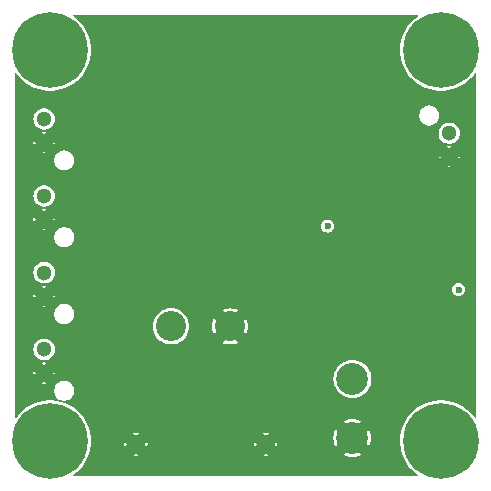
<source format=gbr>
%TF.GenerationSoftware,KiCad,Pcbnew,8.0.2*%
%TF.CreationDate,2024-05-06T11:08:46+09:00*%
%TF.ProjectId,5V-3A-BEC,35562d33-412d-4424-9543-2e6b69636164,0.1*%
%TF.SameCoordinates,Original*%
%TF.FileFunction,Copper,L4,Inr*%
%TF.FilePolarity,Positive*%
%FSLAX46Y46*%
G04 Gerber Fmt 4.6, Leading zero omitted, Abs format (unit mm)*
G04 Created by KiCad (PCBNEW 8.0.2) date 2024-05-06 11:08:46*
%MOMM*%
%LPD*%
G01*
G04 APERTURE LIST*
%TA.AperFunction,ComponentPad*%
%ADD10C,1.300000*%
%TD*%
%TA.AperFunction,ComponentPad*%
%ADD11C,0.800000*%
%TD*%
%TA.AperFunction,ComponentPad*%
%ADD12C,6.400000*%
%TD*%
%TA.AperFunction,ComponentPad*%
%ADD13C,2.550000*%
%TD*%
%TA.AperFunction,ComponentPad*%
%ADD14C,1.500000*%
%TD*%
%TA.AperFunction,ComponentPad*%
%ADD15C,2.700000*%
%TD*%
%TA.AperFunction,ViaPad*%
%ADD16C,0.600000*%
%TD*%
G04 APERTURE END LIST*
D10*
%TO.N,Net-(IC1-ENA)*%
%TO.C,J1*%
X134700000Y-113500000D03*
%TO.N,GND*%
X134700000Y-115500000D03*
%TD*%
%TO.N,GND*%
%TO.C,J6*%
X100400000Y-127300000D03*
%TO.N,+5V*%
X100400000Y-125300000D03*
%TD*%
D11*
%TO.N,N/C*%
%TO.C,H4*%
X131600000Y-106450001D03*
X132302944Y-104752945D03*
X132302944Y-108147057D03*
X134000000Y-104050001D03*
D12*
X134000000Y-106450001D03*
D11*
X134000000Y-108850001D03*
X135697056Y-104752945D03*
X135697056Y-108147057D03*
X136400000Y-106450001D03*
%TD*%
D10*
%TO.N,GND*%
%TO.C,J5*%
X100400000Y-120800000D03*
%TO.N,+5V*%
X100400000Y-118800000D03*
%TD*%
D11*
%TO.N,N/C*%
%TO.C,H1*%
X98500000Y-106450001D03*
X99202944Y-104752945D03*
X99202944Y-108147057D03*
X100900000Y-104050001D03*
D12*
X100900000Y-106450001D03*
D11*
X100900000Y-108850001D03*
X102597056Y-104752945D03*
X102597056Y-108147057D03*
X103300000Y-106450001D03*
%TD*%
D10*
%TO.N,GND*%
%TO.C,J7*%
X100400000Y-133800000D03*
%TO.N,+5V*%
X100400000Y-131800000D03*
%TD*%
D13*
%TO.N,GND*%
%TO.C,J2*%
X116150000Y-129850000D03*
%TO.N,+BATT*%
X111150000Y-129850000D03*
D14*
%TO.N,GND*%
X108150000Y-139850000D03*
X119150000Y-139850000D03*
%TD*%
D11*
%TO.N,N/C*%
%TO.C,H2*%
X98500000Y-139550001D03*
X99202944Y-137852945D03*
X99202944Y-141247057D03*
X100900000Y-137150001D03*
D12*
X100900000Y-139550001D03*
D11*
X100900000Y-141950001D03*
X102597056Y-137852945D03*
X102597056Y-141247057D03*
X103300000Y-139550001D03*
%TD*%
D15*
%TO.N,GND*%
%TO.C,J3*%
X126500000Y-139300000D03*
%TO.N,+BATT*%
X126500000Y-134300000D03*
%TD*%
D10*
%TO.N,GND*%
%TO.C,J4*%
X100400000Y-114300000D03*
%TO.N,+5V*%
X100400000Y-112300000D03*
%TD*%
D11*
%TO.N,N/C*%
%TO.C,H3*%
X131600000Y-139550001D03*
X132302944Y-137852945D03*
X132302944Y-141247057D03*
X134000000Y-137150001D03*
D12*
X134000000Y-139550001D03*
D11*
X134000000Y-141950001D03*
X135697056Y-137852945D03*
X135697056Y-141247057D03*
X136400000Y-139550001D03*
%TD*%
D16*
%TO.N,GND*%
X114400000Y-125800000D03*
X115600000Y-125800000D03*
X115600000Y-126800000D03*
X114400000Y-126800000D03*
%TO.N,+5V*%
X135500000Y-126750000D03*
%TO.N,Net-(IC1-ENA)*%
X124400000Y-121350000D03*
%TD*%
%TA.AperFunction,Conductor*%
%TO.N,GND*%
G36*
X132060948Y-103514853D02*
G01*
X132075300Y-103549501D01*
X132060948Y-103584149D01*
X132055956Y-103588507D01*
X131760319Y-103813245D01*
X131760315Y-103813248D01*
X131760308Y-103813254D01*
X131488367Y-104070851D01*
X131488357Y-104070861D01*
X131245853Y-104356360D01*
X131035643Y-104666395D01*
X131035639Y-104666403D01*
X130860176Y-104997362D01*
X130860174Y-104997367D01*
X130721524Y-105345352D01*
X130721521Y-105345361D01*
X130621309Y-105706293D01*
X130560706Y-106075958D01*
X130560705Y-106075962D01*
X130540426Y-106449999D01*
X130540426Y-106450002D01*
X130560705Y-106824039D01*
X130560705Y-106824041D01*
X130560706Y-106824047D01*
X130609188Y-107119775D01*
X130621309Y-107193708D01*
X130721521Y-107554640D01*
X130721524Y-107554649D01*
X130860174Y-107902634D01*
X130860176Y-107902639D01*
X131035639Y-108233598D01*
X131035643Y-108233606D01*
X131245853Y-108543641D01*
X131488357Y-108829140D01*
X131488365Y-108829148D01*
X131760319Y-109086757D01*
X132058532Y-109313452D01*
X132058539Y-109313457D01*
X132240562Y-109422976D01*
X132379506Y-109506576D01*
X132506498Y-109565329D01*
X132719474Y-109663863D01*
X133074465Y-109783474D01*
X133074467Y-109783474D01*
X133366085Y-109847663D01*
X133440289Y-109863997D01*
X133440293Y-109863998D01*
X133440294Y-109863998D01*
X133440303Y-109864000D01*
X133812702Y-109904501D01*
X133812707Y-109904501D01*
X134187293Y-109904501D01*
X134187298Y-109904501D01*
X134559697Y-109864000D01*
X134925534Y-109783474D01*
X135280520Y-109663865D01*
X135280522Y-109663863D01*
X135280525Y-109663863D01*
X135366508Y-109624082D01*
X135620494Y-109506576D01*
X135941468Y-109313452D01*
X136239681Y-109086757D01*
X136511635Y-108829148D01*
X136754143Y-108543646D01*
X136859943Y-108387601D01*
X136891266Y-108366978D01*
X136927998Y-108374543D01*
X136948622Y-108405866D01*
X136949500Y-108415100D01*
X136949500Y-137584900D01*
X136935148Y-137619548D01*
X136900500Y-137633900D01*
X136865852Y-137619548D01*
X136859943Y-137612398D01*
X136754146Y-137456360D01*
X136511642Y-137170861D01*
X136511632Y-137170851D01*
X136239691Y-136913254D01*
X136239688Y-136913252D01*
X136239681Y-136913245D01*
X135941468Y-136686550D01*
X135941467Y-136686549D01*
X135941460Y-136686544D01*
X135620492Y-136493425D01*
X135280525Y-136336138D01*
X134925534Y-136216527D01*
X134925527Y-136216526D01*
X134559710Y-136136004D01*
X134559706Y-136136003D01*
X134559697Y-136136002D01*
X134187298Y-136095501D01*
X133812702Y-136095501D01*
X133502697Y-136129216D01*
X133440293Y-136136003D01*
X133440289Y-136136004D01*
X133074472Y-136216526D01*
X133074465Y-136216527D01*
X132719474Y-136336138D01*
X132379507Y-136493425D01*
X132058539Y-136686544D01*
X131904813Y-136803403D01*
X131760319Y-136913245D01*
X131760315Y-136913248D01*
X131760308Y-136913254D01*
X131488367Y-137170851D01*
X131488357Y-137170861D01*
X131245853Y-137456360D01*
X131035643Y-137766395D01*
X131035639Y-137766403D01*
X130860176Y-138097362D01*
X130860174Y-138097367D01*
X130721524Y-138445352D01*
X130721521Y-138445361D01*
X130621309Y-138806293D01*
X130610260Y-138873690D01*
X130566127Y-139142893D01*
X130560706Y-139175958D01*
X130560705Y-139175962D01*
X130540426Y-139549999D01*
X130540426Y-139550002D01*
X130560705Y-139924039D01*
X130560705Y-139924041D01*
X130560706Y-139924047D01*
X130589154Y-140097570D01*
X130621309Y-140293708D01*
X130721521Y-140654640D01*
X130721524Y-140654649D01*
X130860174Y-141002634D01*
X130860176Y-141002639D01*
X131035639Y-141333598D01*
X131035643Y-141333606D01*
X131245853Y-141643641D01*
X131488357Y-141929140D01*
X131488365Y-141929148D01*
X131760319Y-142186757D01*
X131970340Y-142346410D01*
X132055954Y-142411492D01*
X132074851Y-142443886D01*
X132065309Y-142480155D01*
X132032915Y-142499052D01*
X132026300Y-142499501D01*
X102873700Y-142499501D01*
X102839052Y-142485149D01*
X102824700Y-142450501D01*
X102839052Y-142415853D01*
X102844046Y-142411492D01*
X103139681Y-142186757D01*
X103411635Y-141929148D01*
X103654143Y-141643646D01*
X103864361Y-141333598D01*
X104039824Y-141002638D01*
X104114046Y-140816354D01*
X107890751Y-140816354D01*
X107890751Y-140816355D01*
X107953961Y-140835529D01*
X107953969Y-140835531D01*
X108150000Y-140854839D01*
X108346035Y-140835530D01*
X108346036Y-140835530D01*
X108409247Y-140816355D01*
X108409247Y-140816354D01*
X118890751Y-140816354D01*
X118890751Y-140816355D01*
X118953961Y-140835529D01*
X118953969Y-140835531D01*
X119150000Y-140854839D01*
X119346035Y-140835530D01*
X119346036Y-140835530D01*
X119409247Y-140816355D01*
X119409247Y-140816354D01*
X119150000Y-140557107D01*
X118890751Y-140816354D01*
X108409247Y-140816354D01*
X108150000Y-140557107D01*
X107890751Y-140816354D01*
X104114046Y-140816354D01*
X104178476Y-140654648D01*
X104278691Y-140293707D01*
X104339294Y-139924047D01*
X104343309Y-139849999D01*
X107145161Y-139849999D01*
X107145161Y-139850000D01*
X107164469Y-140046034D01*
X107164470Y-140046039D01*
X107183643Y-140109247D01*
X107183644Y-140109247D01*
X107442893Y-139850000D01*
X107377067Y-139784174D01*
X107650000Y-139784174D01*
X107650000Y-139915826D01*
X107684075Y-140042993D01*
X107749901Y-140157007D01*
X107842993Y-140250099D01*
X107957007Y-140315925D01*
X108084174Y-140350000D01*
X108215826Y-140350000D01*
X108342993Y-140315925D01*
X108457007Y-140250099D01*
X108550099Y-140157007D01*
X108615925Y-140042993D01*
X108650000Y-139915826D01*
X108650000Y-139849999D01*
X108857107Y-139849999D01*
X108857107Y-139850000D01*
X109116354Y-140109247D01*
X109116355Y-140109247D01*
X109135530Y-140046036D01*
X109135530Y-140046035D01*
X109154839Y-139850000D01*
X109154839Y-139849999D01*
X118145161Y-139849999D01*
X118145161Y-139850000D01*
X118164469Y-140046034D01*
X118164470Y-140046039D01*
X118183643Y-140109247D01*
X118183644Y-140109247D01*
X118442893Y-139850000D01*
X118377067Y-139784174D01*
X118650000Y-139784174D01*
X118650000Y-139915826D01*
X118684075Y-140042993D01*
X118749901Y-140157007D01*
X118842993Y-140250099D01*
X118957007Y-140315925D01*
X119084174Y-140350000D01*
X119215826Y-140350000D01*
X119342993Y-140315925D01*
X119457007Y-140250099D01*
X119550099Y-140157007D01*
X119615925Y-140042993D01*
X119650000Y-139915826D01*
X119650000Y-139849999D01*
X119857107Y-139849999D01*
X119857107Y-139850000D01*
X120116354Y-140109247D01*
X120116355Y-140109247D01*
X120135530Y-140046036D01*
X120135530Y-140046035D01*
X120154839Y-139850000D01*
X120154839Y-139849999D01*
X120135531Y-139653969D01*
X120135529Y-139653961D01*
X120116354Y-139590751D01*
X119857107Y-139849999D01*
X119650000Y-139849999D01*
X119650000Y-139784174D01*
X119615925Y-139657007D01*
X119550099Y-139542993D01*
X119457007Y-139449901D01*
X119342993Y-139384075D01*
X119215826Y-139350000D01*
X119084174Y-139350000D01*
X118957007Y-139384075D01*
X118842993Y-139449901D01*
X118749901Y-139542993D01*
X118684075Y-139657007D01*
X118650000Y-139784174D01*
X118377067Y-139784174D01*
X118183643Y-139590750D01*
X118164470Y-139653960D01*
X118164469Y-139653965D01*
X118145161Y-139849999D01*
X109154839Y-139849999D01*
X109135531Y-139653969D01*
X109135529Y-139653961D01*
X109116354Y-139590751D01*
X108857107Y-139849999D01*
X108650000Y-139849999D01*
X108650000Y-139784174D01*
X108615925Y-139657007D01*
X108550099Y-139542993D01*
X108457007Y-139449901D01*
X108342993Y-139384075D01*
X108215826Y-139350000D01*
X108084174Y-139350000D01*
X107957007Y-139384075D01*
X107842993Y-139449901D01*
X107749901Y-139542993D01*
X107684075Y-139657007D01*
X107650000Y-139784174D01*
X107377067Y-139784174D01*
X107183643Y-139590750D01*
X107164470Y-139653960D01*
X107164469Y-139653965D01*
X107145161Y-139849999D01*
X104343309Y-139849999D01*
X104359574Y-139550001D01*
X104346019Y-139300000D01*
X124895052Y-139300000D01*
X124914812Y-139551072D01*
X124973603Y-139795956D01*
X125068304Y-140024586D01*
X125068305Y-140024586D01*
X125617296Y-139475596D01*
X125634586Y-139562520D01*
X125702430Y-139726310D01*
X125800924Y-139873717D01*
X125926283Y-139999076D01*
X126073690Y-140097570D01*
X126237480Y-140165414D01*
X126324402Y-140182703D01*
X125775412Y-140731693D01*
X125775412Y-140731694D01*
X126004043Y-140826396D01*
X126248927Y-140885187D01*
X126500000Y-140904947D01*
X126751072Y-140885187D01*
X126995954Y-140826396D01*
X127224586Y-140731693D01*
X126675596Y-140182703D01*
X126762520Y-140165414D01*
X126926310Y-140097570D01*
X127073717Y-139999076D01*
X127199076Y-139873717D01*
X127297570Y-139726310D01*
X127365414Y-139562520D01*
X127382703Y-139475596D01*
X127931693Y-140024586D01*
X128026396Y-139795954D01*
X128085187Y-139551072D01*
X128104947Y-139300000D01*
X128085187Y-139048927D01*
X128026396Y-138804043D01*
X127931694Y-138575412D01*
X127931693Y-138575412D01*
X127382703Y-139124402D01*
X127365414Y-139037480D01*
X127297570Y-138873690D01*
X127199076Y-138726283D01*
X127073717Y-138600924D01*
X126926310Y-138502430D01*
X126762520Y-138434586D01*
X126675595Y-138417295D01*
X127224586Y-137868305D01*
X127224586Y-137868304D01*
X126995956Y-137773603D01*
X126751072Y-137714812D01*
X126500000Y-137695052D01*
X126248927Y-137714812D01*
X126004043Y-137773603D01*
X125775412Y-137868304D01*
X125775412Y-137868305D01*
X126324403Y-138417296D01*
X126237480Y-138434586D01*
X126073690Y-138502430D01*
X125926283Y-138600924D01*
X125800924Y-138726283D01*
X125702430Y-138873690D01*
X125634586Y-139037480D01*
X125617296Y-139124403D01*
X125068305Y-138575412D01*
X125068304Y-138575412D01*
X124973603Y-138804043D01*
X124914812Y-139048927D01*
X124895052Y-139300000D01*
X104346019Y-139300000D01*
X104339294Y-139175955D01*
X104291372Y-138883643D01*
X107890750Y-138883643D01*
X108150000Y-139142893D01*
X108150001Y-139142893D01*
X108409247Y-138883644D01*
X108409247Y-138883643D01*
X118890750Y-138883643D01*
X119150000Y-139142893D01*
X119150001Y-139142893D01*
X119409247Y-138883644D01*
X119409247Y-138883643D01*
X119346039Y-138864470D01*
X119346034Y-138864469D01*
X119150000Y-138845161D01*
X118953965Y-138864469D01*
X118953960Y-138864470D01*
X118890750Y-138883643D01*
X108409247Y-138883643D01*
X108346039Y-138864470D01*
X108346034Y-138864469D01*
X108150000Y-138845161D01*
X107953965Y-138864469D01*
X107953960Y-138864470D01*
X107890750Y-138883643D01*
X104291372Y-138883643D01*
X104278691Y-138806295D01*
X104178476Y-138445354D01*
X104039824Y-138097364D01*
X103864361Y-137766404D01*
X103864359Y-137766401D01*
X103864356Y-137766395D01*
X103654146Y-137456360D01*
X103411642Y-137170861D01*
X103411632Y-137170851D01*
X103139691Y-136913254D01*
X103139688Y-136913252D01*
X103139681Y-136913245D01*
X102841468Y-136686550D01*
X102841467Y-136686549D01*
X102841460Y-136686544D01*
X102520492Y-136493425D01*
X102180525Y-136336138D01*
X101825534Y-136216527D01*
X101825527Y-136216526D01*
X101459710Y-136136004D01*
X101459706Y-136136003D01*
X101459697Y-136136002D01*
X101087298Y-136095501D01*
X100712702Y-136095501D01*
X100402697Y-136129216D01*
X100340293Y-136136003D01*
X100340289Y-136136004D01*
X99974472Y-136216526D01*
X99974465Y-136216527D01*
X99619474Y-136336138D01*
X99279507Y-136493425D01*
X98958539Y-136686544D01*
X98804813Y-136803403D01*
X98660319Y-136913245D01*
X98660315Y-136913248D01*
X98660308Y-136913254D01*
X98388367Y-137170851D01*
X98388357Y-137170861D01*
X98145853Y-137456360D01*
X98040057Y-137612398D01*
X98008734Y-137633022D01*
X97972002Y-137625457D01*
X97951378Y-137594134D01*
X97950500Y-137584900D01*
X97950500Y-135216233D01*
X101249500Y-135216233D01*
X101249500Y-135383767D01*
X101260300Y-135438061D01*
X101282183Y-135548079D01*
X101282185Y-135548085D01*
X101346296Y-135702862D01*
X101439371Y-135842159D01*
X101557840Y-135960628D01*
X101697137Y-136053703D01*
X101851918Y-136117816D01*
X102016233Y-136150500D01*
X102016236Y-136150500D01*
X102183764Y-136150500D01*
X102183767Y-136150500D01*
X102348082Y-136117816D01*
X102502863Y-136053703D01*
X102642162Y-135960626D01*
X102760626Y-135842162D01*
X102853703Y-135702863D01*
X102917816Y-135548082D01*
X102950500Y-135383767D01*
X102950500Y-135216233D01*
X102917816Y-135051918D01*
X102853703Y-134897137D01*
X102787027Y-134797349D01*
X102760628Y-134757840D01*
X102642159Y-134639371D01*
X102502862Y-134546296D01*
X102348085Y-134482185D01*
X102348079Y-134482183D01*
X102281816Y-134469002D01*
X102183767Y-134449500D01*
X102016233Y-134449500D01*
X101934451Y-134465767D01*
X101851920Y-134482183D01*
X101851914Y-134482185D01*
X101697137Y-134546296D01*
X101557840Y-134639371D01*
X101439371Y-134757840D01*
X101346296Y-134897137D01*
X101282185Y-135051914D01*
X101282183Y-135051920D01*
X101265767Y-135134451D01*
X101249500Y-135216233D01*
X97950500Y-135216233D01*
X97950500Y-134682767D01*
X100224337Y-134682767D01*
X100224337Y-134682768D01*
X100305406Y-134700000D01*
X100494594Y-134700000D01*
X100575661Y-134682768D01*
X100575661Y-134682767D01*
X100400000Y-134507107D01*
X100224337Y-134682767D01*
X97950500Y-134682767D01*
X97950500Y-134300000D01*
X124890539Y-134300000D01*
X124910354Y-134551777D01*
X124969311Y-134797349D01*
X125065961Y-135030683D01*
X125065963Y-135030686D01*
X125197915Y-135246011D01*
X125197919Y-135246017D01*
X125361938Y-135438061D01*
X125490754Y-135548079D01*
X125553983Y-135602081D01*
X125553988Y-135602084D01*
X125769313Y-135734036D01*
X125769316Y-135734038D01*
X125769318Y-135734038D01*
X125769320Y-135734040D01*
X126002649Y-135830688D01*
X126248225Y-135889646D01*
X126500000Y-135909461D01*
X126751775Y-135889646D01*
X126997351Y-135830688D01*
X127230680Y-135734040D01*
X127446017Y-135602081D01*
X127638061Y-135438061D01*
X127802081Y-135246017D01*
X127934040Y-135030680D01*
X128030688Y-134797351D01*
X128089646Y-134551775D01*
X128109461Y-134300000D01*
X128089646Y-134048225D01*
X128030688Y-133802649D01*
X127934040Y-133569320D01*
X127924893Y-133554394D01*
X127802084Y-133353988D01*
X127802080Y-133353982D01*
X127638061Y-133161938D01*
X127446017Y-132997919D01*
X127446011Y-132997915D01*
X127230686Y-132865963D01*
X127230683Y-132865961D01*
X126997349Y-132769311D01*
X126751777Y-132710354D01*
X126500000Y-132690539D01*
X126248222Y-132710354D01*
X126002650Y-132769311D01*
X125769316Y-132865961D01*
X125769313Y-132865963D01*
X125553988Y-132997915D01*
X125553982Y-132997919D01*
X125361938Y-133161938D01*
X125197919Y-133353982D01*
X125197915Y-133353988D01*
X125065963Y-133569313D01*
X125065961Y-133569316D01*
X124969311Y-133802650D01*
X124910354Y-134048222D01*
X124890539Y-134300000D01*
X97950500Y-134300000D01*
X97950500Y-133799999D01*
X99495043Y-133799999D01*
X99513859Y-133979033D01*
X99692893Y-133800000D01*
X99692893Y-133799999D01*
X99640233Y-133747339D01*
X100000000Y-133747339D01*
X100000000Y-133852661D01*
X100027259Y-133954394D01*
X100079920Y-134045606D01*
X100154394Y-134120080D01*
X100245606Y-134172741D01*
X100347339Y-134200000D01*
X100452661Y-134200000D01*
X100554394Y-134172741D01*
X100645606Y-134120080D01*
X100720080Y-134045606D01*
X100772741Y-133954394D01*
X100800000Y-133852661D01*
X100800000Y-133799999D01*
X101107107Y-133799999D01*
X101107107Y-133800001D01*
X101286139Y-133979033D01*
X101304956Y-133799999D01*
X101286139Y-133620965D01*
X101107107Y-133799999D01*
X100800000Y-133799999D01*
X100800000Y-133747339D01*
X100772741Y-133645606D01*
X100720080Y-133554394D01*
X100645606Y-133479920D01*
X100554394Y-133427259D01*
X100452661Y-133400000D01*
X100347339Y-133400000D01*
X100245606Y-133427259D01*
X100154394Y-133479920D01*
X100079920Y-133554394D01*
X100027259Y-133645606D01*
X100000000Y-133747339D01*
X99640233Y-133747339D01*
X99513859Y-133620965D01*
X99495043Y-133799999D01*
X97950500Y-133799999D01*
X97950500Y-132917231D01*
X100224337Y-132917231D01*
X100400000Y-133092893D01*
X100400001Y-133092893D01*
X100575661Y-132917231D01*
X100494594Y-132900000D01*
X100305406Y-132900000D01*
X100224338Y-132917231D01*
X100224337Y-132917231D01*
X97950500Y-132917231D01*
X97950500Y-131800000D01*
X99490518Y-131800000D01*
X99510392Y-131989092D01*
X99569147Y-132169920D01*
X99664214Y-132334580D01*
X99791438Y-132475877D01*
X99945259Y-132587635D01*
X100118955Y-132664969D01*
X100304933Y-132704500D01*
X100495067Y-132704500D01*
X100681045Y-132664969D01*
X100854741Y-132587635D01*
X101008562Y-132475877D01*
X101135786Y-132334580D01*
X101230853Y-132169920D01*
X101289608Y-131989092D01*
X101309482Y-131800000D01*
X101289608Y-131610908D01*
X101230853Y-131430080D01*
X101135786Y-131265420D01*
X101008562Y-131124123D01*
X100854741Y-131012365D01*
X100681045Y-130935031D01*
X100681042Y-130935030D01*
X100681038Y-130935029D01*
X100495067Y-130895500D01*
X100304933Y-130895500D01*
X100118961Y-130935029D01*
X100118952Y-130935032D01*
X99945259Y-131012365D01*
X99791438Y-131124123D01*
X99791437Y-131124124D01*
X99791433Y-131124127D01*
X99664217Y-131265416D01*
X99664211Y-131265424D01*
X99569149Y-131430076D01*
X99569147Y-131430079D01*
X99569147Y-131430080D01*
X99510392Y-131610908D01*
X99490518Y-131800000D01*
X97950500Y-131800000D01*
X97950500Y-129850000D01*
X109615770Y-129850000D01*
X109634659Y-130090008D01*
X109690860Y-130324103D01*
X109782990Y-130546524D01*
X109782994Y-130546532D01*
X109908778Y-130751792D01*
X109908782Y-130751798D01*
X110065135Y-130934864D01*
X110221489Y-131068402D01*
X110248202Y-131091218D01*
X110248207Y-131091221D01*
X110301904Y-131124127D01*
X110453474Y-131217009D01*
X110564685Y-131263074D01*
X110675896Y-131309139D01*
X110784009Y-131335094D01*
X110909994Y-131365341D01*
X111150000Y-131384230D01*
X111390006Y-131365341D01*
X111624103Y-131309139D01*
X111846526Y-131217009D01*
X112051798Y-131091218D01*
X112234864Y-130934864D01*
X112391218Y-130751798D01*
X112517009Y-130546526D01*
X112609139Y-130324103D01*
X112665341Y-130090006D01*
X112684230Y-129850000D01*
X114620284Y-129850000D01*
X114639117Y-130089302D01*
X114695153Y-130322708D01*
X114775707Y-130517183D01*
X114775708Y-130517183D01*
X115309817Y-129983074D01*
X115332665Y-130097936D01*
X115396740Y-130252626D01*
X115489762Y-130391844D01*
X115608156Y-130510238D01*
X115747374Y-130603260D01*
X115902064Y-130667335D01*
X116016924Y-130690182D01*
X115482815Y-131224290D01*
X115677293Y-131304846D01*
X115910697Y-131360882D01*
X116150000Y-131379715D01*
X116389302Y-131360882D01*
X116622706Y-131304846D01*
X116817183Y-131224290D01*
X116283075Y-130690182D01*
X116397936Y-130667335D01*
X116552626Y-130603260D01*
X116691844Y-130510238D01*
X116810238Y-130391844D01*
X116903260Y-130252626D01*
X116967335Y-130097936D01*
X116990182Y-129983075D01*
X117524290Y-130517183D01*
X117604846Y-130322706D01*
X117660882Y-130089302D01*
X117679715Y-129850000D01*
X117660882Y-129610697D01*
X117604846Y-129377293D01*
X117524290Y-129182815D01*
X116990182Y-129716923D01*
X116967335Y-129602064D01*
X116903260Y-129447374D01*
X116810238Y-129308156D01*
X116691844Y-129189762D01*
X116552626Y-129096740D01*
X116397936Y-129032665D01*
X116283073Y-129009817D01*
X116817183Y-128475708D01*
X116817183Y-128475707D01*
X116622708Y-128395153D01*
X116389302Y-128339117D01*
X116150000Y-128320284D01*
X115910697Y-128339117D01*
X115677291Y-128395153D01*
X115482815Y-128475707D01*
X115482815Y-128475708D01*
X116016924Y-129009817D01*
X115902064Y-129032665D01*
X115747374Y-129096740D01*
X115608156Y-129189762D01*
X115489762Y-129308156D01*
X115396740Y-129447374D01*
X115332665Y-129602064D01*
X115309817Y-129716924D01*
X114775708Y-129182815D01*
X114775707Y-129182815D01*
X114695153Y-129377291D01*
X114639117Y-129610697D01*
X114620284Y-129850000D01*
X112684230Y-129850000D01*
X112665341Y-129609994D01*
X112609139Y-129375897D01*
X112595164Y-129342159D01*
X112517009Y-129153475D01*
X112517005Y-129153467D01*
X112391221Y-128948207D01*
X112391217Y-128948201D01*
X112234864Y-128765135D01*
X112051798Y-128608782D01*
X112051792Y-128608778D01*
X111846532Y-128482994D01*
X111846524Y-128482990D01*
X111624103Y-128390860D01*
X111390008Y-128334659D01*
X111150000Y-128315770D01*
X110909991Y-128334659D01*
X110675896Y-128390860D01*
X110453475Y-128482990D01*
X110453467Y-128482994D01*
X110248207Y-128608778D01*
X110248201Y-128608782D01*
X110065135Y-128765135D01*
X109908782Y-128948201D01*
X109908778Y-128948207D01*
X109782994Y-129153467D01*
X109782990Y-129153475D01*
X109690860Y-129375896D01*
X109634659Y-129609991D01*
X109615770Y-129850000D01*
X97950500Y-129850000D01*
X97950500Y-128716233D01*
X101249500Y-128716233D01*
X101249500Y-128883767D01*
X101262317Y-128948201D01*
X101282183Y-129048079D01*
X101282185Y-129048085D01*
X101346296Y-129202862D01*
X101439371Y-129342159D01*
X101557840Y-129460628D01*
X101697137Y-129553703D01*
X101851918Y-129617816D01*
X102016233Y-129650500D01*
X102016236Y-129650500D01*
X102183764Y-129650500D01*
X102183767Y-129650500D01*
X102348082Y-129617816D01*
X102502863Y-129553703D01*
X102642162Y-129460626D01*
X102760626Y-129342162D01*
X102853703Y-129202863D01*
X102917816Y-129048082D01*
X102950500Y-128883767D01*
X102950500Y-128716233D01*
X102917816Y-128551918D01*
X102853703Y-128397137D01*
X102852377Y-128395153D01*
X102760628Y-128257840D01*
X102642159Y-128139371D01*
X102502862Y-128046296D01*
X102348085Y-127982185D01*
X102348079Y-127982183D01*
X102281816Y-127969002D01*
X102183767Y-127949500D01*
X102016233Y-127949500D01*
X101934451Y-127965767D01*
X101851920Y-127982183D01*
X101851914Y-127982185D01*
X101697137Y-128046296D01*
X101557840Y-128139371D01*
X101439371Y-128257840D01*
X101346296Y-128397137D01*
X101282185Y-128551914D01*
X101282183Y-128551920D01*
X101270874Y-128608778D01*
X101249500Y-128716233D01*
X97950500Y-128716233D01*
X97950500Y-128182767D01*
X100224337Y-128182767D01*
X100224337Y-128182768D01*
X100305406Y-128200000D01*
X100494594Y-128200000D01*
X100575661Y-128182768D01*
X100575661Y-128182767D01*
X100400000Y-128007107D01*
X100224337Y-128182767D01*
X97950500Y-128182767D01*
X97950500Y-127299999D01*
X99495043Y-127299999D01*
X99513859Y-127479033D01*
X99692893Y-127300000D01*
X99692893Y-127299999D01*
X99640233Y-127247339D01*
X100000000Y-127247339D01*
X100000000Y-127352661D01*
X100027259Y-127454394D01*
X100079920Y-127545606D01*
X100154394Y-127620080D01*
X100245606Y-127672741D01*
X100347339Y-127700000D01*
X100452661Y-127700000D01*
X100554394Y-127672741D01*
X100645606Y-127620080D01*
X100720080Y-127545606D01*
X100772741Y-127454394D01*
X100800000Y-127352661D01*
X100800000Y-127299999D01*
X101107107Y-127299999D01*
X101107107Y-127300001D01*
X101286139Y-127479033D01*
X101304956Y-127299999D01*
X101286139Y-127120965D01*
X101107107Y-127299999D01*
X100800000Y-127299999D01*
X100800000Y-127247339D01*
X100772741Y-127145606D01*
X100720080Y-127054394D01*
X100645606Y-126979920D01*
X100554394Y-126927259D01*
X100452661Y-126900000D01*
X100347339Y-126900000D01*
X100245606Y-126927259D01*
X100154394Y-126979920D01*
X100079920Y-127054394D01*
X100027259Y-127145606D01*
X100000000Y-127247339D01*
X99640233Y-127247339D01*
X99513859Y-127120965D01*
X99495043Y-127299999D01*
X97950500Y-127299999D01*
X97950500Y-126750000D01*
X134940715Y-126750000D01*
X134959771Y-126894753D01*
X135015642Y-127029638D01*
X135015645Y-127029643D01*
X135104526Y-127145474D01*
X135220357Y-127234355D01*
X135220359Y-127234355D01*
X135220361Y-127234357D01*
X135355246Y-127290228D01*
X135500000Y-127309285D01*
X135644754Y-127290228D01*
X135779643Y-127234355D01*
X135895474Y-127145474D01*
X135984355Y-127029643D01*
X136040228Y-126894754D01*
X136059285Y-126750000D01*
X136040228Y-126605246D01*
X135984355Y-126470358D01*
X135895474Y-126354526D01*
X135779643Y-126265645D01*
X135779641Y-126265644D01*
X135779638Y-126265642D01*
X135644753Y-126209771D01*
X135500000Y-126190715D01*
X135355247Y-126209771D01*
X135220359Y-126265644D01*
X135220357Y-126265645D01*
X135104526Y-126354525D01*
X135104525Y-126354526D01*
X135015645Y-126470357D01*
X135015644Y-126470359D01*
X134959771Y-126605247D01*
X134940715Y-126750000D01*
X97950500Y-126750000D01*
X97950500Y-126417231D01*
X100224337Y-126417231D01*
X100400000Y-126592893D01*
X100400001Y-126592893D01*
X100575661Y-126417231D01*
X100494594Y-126400000D01*
X100305406Y-126400000D01*
X100224338Y-126417231D01*
X100224337Y-126417231D01*
X97950500Y-126417231D01*
X97950500Y-125300000D01*
X99490518Y-125300000D01*
X99510392Y-125489092D01*
X99569147Y-125669920D01*
X99664214Y-125834580D01*
X99791438Y-125975877D01*
X99945259Y-126087635D01*
X100118955Y-126164969D01*
X100304933Y-126204500D01*
X100495067Y-126204500D01*
X100681045Y-126164969D01*
X100854741Y-126087635D01*
X101008562Y-125975877D01*
X101135786Y-125834580D01*
X101230853Y-125669920D01*
X101289608Y-125489092D01*
X101309482Y-125300000D01*
X101289608Y-125110908D01*
X101230853Y-124930080D01*
X101135786Y-124765420D01*
X101008562Y-124624123D01*
X100854741Y-124512365D01*
X100681045Y-124435031D01*
X100681042Y-124435030D01*
X100681038Y-124435029D01*
X100495067Y-124395500D01*
X100304933Y-124395500D01*
X100118961Y-124435029D01*
X100118952Y-124435032D01*
X99945259Y-124512365D01*
X99791438Y-124624123D01*
X99791437Y-124624124D01*
X99791433Y-124624127D01*
X99664217Y-124765416D01*
X99664211Y-124765424D01*
X99569149Y-124930076D01*
X99569147Y-124930079D01*
X99569147Y-124930080D01*
X99510392Y-125110908D01*
X99490518Y-125300000D01*
X97950500Y-125300000D01*
X97950500Y-122216233D01*
X101249500Y-122216233D01*
X101249500Y-122383767D01*
X101271189Y-122492809D01*
X101282183Y-122548079D01*
X101282185Y-122548085D01*
X101346296Y-122702862D01*
X101439371Y-122842159D01*
X101557840Y-122960628D01*
X101697137Y-123053703D01*
X101851918Y-123117816D01*
X102016233Y-123150500D01*
X102016236Y-123150500D01*
X102183764Y-123150500D01*
X102183767Y-123150500D01*
X102348082Y-123117816D01*
X102502863Y-123053703D01*
X102642162Y-122960626D01*
X102760626Y-122842162D01*
X102853703Y-122702863D01*
X102917816Y-122548082D01*
X102950500Y-122383767D01*
X102950500Y-122216233D01*
X102917816Y-122051918D01*
X102853703Y-121897137D01*
X102811755Y-121834357D01*
X102760628Y-121757840D01*
X102642159Y-121639371D01*
X102502862Y-121546296D01*
X102348085Y-121482185D01*
X102348079Y-121482183D01*
X102281816Y-121469002D01*
X102183767Y-121449500D01*
X102016233Y-121449500D01*
X101934451Y-121465767D01*
X101851920Y-121482183D01*
X101851914Y-121482185D01*
X101697137Y-121546296D01*
X101557840Y-121639371D01*
X101439371Y-121757840D01*
X101346296Y-121897137D01*
X101282185Y-122051914D01*
X101282183Y-122051920D01*
X101265767Y-122134451D01*
X101249500Y-122216233D01*
X97950500Y-122216233D01*
X97950500Y-121682767D01*
X100224337Y-121682767D01*
X100224337Y-121682768D01*
X100305406Y-121700000D01*
X100494594Y-121700000D01*
X100575661Y-121682768D01*
X100575661Y-121682767D01*
X100400000Y-121507107D01*
X100224337Y-121682767D01*
X97950500Y-121682767D01*
X97950500Y-121350000D01*
X123840715Y-121350000D01*
X123859771Y-121494753D01*
X123915642Y-121629638D01*
X123915645Y-121629643D01*
X123956409Y-121682768D01*
X124004526Y-121745474D01*
X124120357Y-121834355D01*
X124120359Y-121834355D01*
X124120361Y-121834357D01*
X124255246Y-121890228D01*
X124400000Y-121909285D01*
X124544754Y-121890228D01*
X124679643Y-121834355D01*
X124795474Y-121745474D01*
X124884355Y-121629643D01*
X124940228Y-121494754D01*
X124959285Y-121350000D01*
X124940228Y-121205246D01*
X124884355Y-121070358D01*
X124795474Y-120954526D01*
X124679643Y-120865645D01*
X124679641Y-120865644D01*
X124679638Y-120865642D01*
X124544753Y-120809771D01*
X124400000Y-120790715D01*
X124255247Y-120809771D01*
X124120359Y-120865644D01*
X124120357Y-120865645D01*
X124004526Y-120954525D01*
X124004525Y-120954526D01*
X123915645Y-121070357D01*
X123915644Y-121070359D01*
X123859771Y-121205247D01*
X123840715Y-121350000D01*
X97950500Y-121350000D01*
X97950500Y-120799999D01*
X99495043Y-120799999D01*
X99513859Y-120979033D01*
X99692893Y-120800000D01*
X99692893Y-120799999D01*
X99640233Y-120747339D01*
X100000000Y-120747339D01*
X100000000Y-120852661D01*
X100027259Y-120954394D01*
X100079920Y-121045606D01*
X100154394Y-121120080D01*
X100245606Y-121172741D01*
X100347339Y-121200000D01*
X100452661Y-121200000D01*
X100554394Y-121172741D01*
X100645606Y-121120080D01*
X100720080Y-121045606D01*
X100772741Y-120954394D01*
X100800000Y-120852661D01*
X100800000Y-120799999D01*
X101107107Y-120799999D01*
X101107107Y-120800001D01*
X101286139Y-120979033D01*
X101304956Y-120799999D01*
X101286139Y-120620965D01*
X101107107Y-120799999D01*
X100800000Y-120799999D01*
X100800000Y-120747339D01*
X100772741Y-120645606D01*
X100720080Y-120554394D01*
X100645606Y-120479920D01*
X100554394Y-120427259D01*
X100452661Y-120400000D01*
X100347339Y-120400000D01*
X100245606Y-120427259D01*
X100154394Y-120479920D01*
X100079920Y-120554394D01*
X100027259Y-120645606D01*
X100000000Y-120747339D01*
X99640233Y-120747339D01*
X99513859Y-120620965D01*
X99495043Y-120799999D01*
X97950500Y-120799999D01*
X97950500Y-119917231D01*
X100224337Y-119917231D01*
X100400000Y-120092893D01*
X100400001Y-120092893D01*
X100575661Y-119917231D01*
X100494594Y-119900000D01*
X100305406Y-119900000D01*
X100224338Y-119917231D01*
X100224337Y-119917231D01*
X97950500Y-119917231D01*
X97950500Y-118800000D01*
X99490518Y-118800000D01*
X99510392Y-118989092D01*
X99569147Y-119169920D01*
X99664214Y-119334580D01*
X99791438Y-119475877D01*
X99945259Y-119587635D01*
X100118955Y-119664969D01*
X100304933Y-119704500D01*
X100495067Y-119704500D01*
X100681045Y-119664969D01*
X100854741Y-119587635D01*
X101008562Y-119475877D01*
X101135786Y-119334580D01*
X101230853Y-119169920D01*
X101289608Y-118989092D01*
X101309482Y-118800000D01*
X101289608Y-118610908D01*
X101230853Y-118430080D01*
X101135786Y-118265420D01*
X101008562Y-118124123D01*
X100854741Y-118012365D01*
X100681045Y-117935031D01*
X100681042Y-117935030D01*
X100681038Y-117935029D01*
X100495067Y-117895500D01*
X100304933Y-117895500D01*
X100118961Y-117935029D01*
X100118952Y-117935032D01*
X99945259Y-118012365D01*
X99791438Y-118124123D01*
X99791437Y-118124124D01*
X99791433Y-118124127D01*
X99664217Y-118265416D01*
X99664211Y-118265424D01*
X99569149Y-118430076D01*
X99569147Y-118430079D01*
X99569147Y-118430080D01*
X99510392Y-118610908D01*
X99490518Y-118800000D01*
X97950500Y-118800000D01*
X97950500Y-115716233D01*
X101249500Y-115716233D01*
X101249500Y-115883767D01*
X101271189Y-115992809D01*
X101282183Y-116048079D01*
X101282185Y-116048085D01*
X101346296Y-116202862D01*
X101439371Y-116342159D01*
X101557840Y-116460628D01*
X101697137Y-116553703D01*
X101851918Y-116617816D01*
X102016233Y-116650500D01*
X102016236Y-116650500D01*
X102183764Y-116650500D01*
X102183767Y-116650500D01*
X102348082Y-116617816D01*
X102502863Y-116553703D01*
X102642162Y-116460626D01*
X102720021Y-116382767D01*
X134524337Y-116382767D01*
X134524337Y-116382768D01*
X134605406Y-116400000D01*
X134794594Y-116400000D01*
X134875661Y-116382768D01*
X134875661Y-116382767D01*
X134700000Y-116207107D01*
X134524337Y-116382767D01*
X102720021Y-116382767D01*
X102760626Y-116342162D01*
X102853703Y-116202863D01*
X102917816Y-116048082D01*
X102950500Y-115883767D01*
X102950500Y-115716233D01*
X102917816Y-115551918D01*
X102896310Y-115499999D01*
X133795043Y-115499999D01*
X133813859Y-115679033D01*
X133992893Y-115500000D01*
X133992893Y-115499999D01*
X133940233Y-115447339D01*
X134300000Y-115447339D01*
X134300000Y-115552661D01*
X134327259Y-115654394D01*
X134379920Y-115745606D01*
X134454394Y-115820080D01*
X134545606Y-115872741D01*
X134647339Y-115900000D01*
X134752661Y-115900000D01*
X134854394Y-115872741D01*
X134945606Y-115820080D01*
X135020080Y-115745606D01*
X135072741Y-115654394D01*
X135100000Y-115552661D01*
X135100000Y-115499999D01*
X135407107Y-115499999D01*
X135407107Y-115500000D01*
X135586139Y-115679033D01*
X135604956Y-115499999D01*
X135586139Y-115320965D01*
X135407107Y-115499999D01*
X135100000Y-115499999D01*
X135100000Y-115447339D01*
X135072741Y-115345606D01*
X135020080Y-115254394D01*
X134945606Y-115179920D01*
X134854394Y-115127259D01*
X134752661Y-115100000D01*
X134647339Y-115100000D01*
X134545606Y-115127259D01*
X134454394Y-115179920D01*
X134379920Y-115254394D01*
X134327259Y-115345606D01*
X134300000Y-115447339D01*
X133940233Y-115447339D01*
X133813859Y-115320965D01*
X133795043Y-115499999D01*
X102896310Y-115499999D01*
X102853703Y-115397137D01*
X102819271Y-115345606D01*
X102760628Y-115257840D01*
X102642159Y-115139371D01*
X102502862Y-115046296D01*
X102348085Y-114982185D01*
X102348079Y-114982183D01*
X102281816Y-114969002D01*
X102183767Y-114949500D01*
X102016233Y-114949500D01*
X101934451Y-114965767D01*
X101851920Y-114982183D01*
X101851914Y-114982185D01*
X101697137Y-115046296D01*
X101557840Y-115139371D01*
X101439371Y-115257840D01*
X101346296Y-115397137D01*
X101282185Y-115551914D01*
X101282183Y-115551920D01*
X101282036Y-115552661D01*
X101249500Y-115716233D01*
X97950500Y-115716233D01*
X97950500Y-115182767D01*
X100224337Y-115182767D01*
X100224337Y-115182768D01*
X100305406Y-115200000D01*
X100494594Y-115200000D01*
X100575661Y-115182768D01*
X100575661Y-115182767D01*
X100400000Y-115007107D01*
X100224337Y-115182767D01*
X97950500Y-115182767D01*
X97950500Y-114299999D01*
X99495043Y-114299999D01*
X99513859Y-114479033D01*
X99692893Y-114300000D01*
X99692893Y-114299999D01*
X99640233Y-114247339D01*
X100000000Y-114247339D01*
X100000000Y-114352661D01*
X100027259Y-114454394D01*
X100079920Y-114545606D01*
X100154394Y-114620080D01*
X100245606Y-114672741D01*
X100347339Y-114700000D01*
X100452661Y-114700000D01*
X100554394Y-114672741D01*
X100645606Y-114620080D01*
X100648455Y-114617231D01*
X134524337Y-114617231D01*
X134700000Y-114792893D01*
X134700001Y-114792893D01*
X134875661Y-114617231D01*
X134794594Y-114600000D01*
X134605406Y-114600000D01*
X134524338Y-114617231D01*
X134524337Y-114617231D01*
X100648455Y-114617231D01*
X100720080Y-114545606D01*
X100772741Y-114454394D01*
X100800000Y-114352661D01*
X100800000Y-114299999D01*
X101107107Y-114299999D01*
X101107107Y-114300001D01*
X101286139Y-114479033D01*
X101304956Y-114299999D01*
X101286139Y-114120965D01*
X101107107Y-114299999D01*
X100800000Y-114299999D01*
X100800000Y-114247339D01*
X100772741Y-114145606D01*
X100720080Y-114054394D01*
X100645606Y-113979920D01*
X100554394Y-113927259D01*
X100452661Y-113900000D01*
X100347339Y-113900000D01*
X100245606Y-113927259D01*
X100154394Y-113979920D01*
X100079920Y-114054394D01*
X100027259Y-114145606D01*
X100000000Y-114247339D01*
X99640233Y-114247339D01*
X99513859Y-114120965D01*
X99495043Y-114299999D01*
X97950500Y-114299999D01*
X97950500Y-113417231D01*
X100224337Y-113417231D01*
X100400000Y-113592893D01*
X100400001Y-113592893D01*
X100492893Y-113500000D01*
X133790518Y-113500000D01*
X133810392Y-113689092D01*
X133869147Y-113869920D01*
X133964214Y-114034580D01*
X134091438Y-114175877D01*
X134245259Y-114287635D01*
X134418955Y-114364969D01*
X134604933Y-114404500D01*
X134795067Y-114404500D01*
X134981045Y-114364969D01*
X135154741Y-114287635D01*
X135308562Y-114175877D01*
X135435786Y-114034580D01*
X135530853Y-113869920D01*
X135589608Y-113689092D01*
X135609482Y-113500000D01*
X135589608Y-113310908D01*
X135530853Y-113130080D01*
X135435786Y-112965420D01*
X135332312Y-112850500D01*
X135308566Y-112824127D01*
X135308564Y-112824126D01*
X135308562Y-112824123D01*
X135154741Y-112712365D01*
X134981045Y-112635031D01*
X134981042Y-112635030D01*
X134981038Y-112635029D01*
X134795067Y-112595500D01*
X134604933Y-112595500D01*
X134418961Y-112635029D01*
X134418952Y-112635032D01*
X134245259Y-112712365D01*
X134091438Y-112824123D01*
X134091437Y-112824124D01*
X134091433Y-112824127D01*
X133964217Y-112965416D01*
X133964211Y-112965424D01*
X133869149Y-113130076D01*
X133869147Y-113130079D01*
X133857811Y-113164969D01*
X133810392Y-113310908D01*
X133790518Y-113500000D01*
X100492893Y-113500000D01*
X100575661Y-113417231D01*
X100494594Y-113400000D01*
X100305406Y-113400000D01*
X100224338Y-113417231D01*
X100224337Y-113417231D01*
X97950500Y-113417231D01*
X97950500Y-112300000D01*
X99490518Y-112300000D01*
X99510392Y-112489092D01*
X99569147Y-112669920D01*
X99664214Y-112834580D01*
X99711923Y-112887566D01*
X99782022Y-112965420D01*
X99791438Y-112975877D01*
X99945259Y-113087635D01*
X100118955Y-113164969D01*
X100304933Y-113204500D01*
X100495067Y-113204500D01*
X100681045Y-113164969D01*
X100854741Y-113087635D01*
X101008562Y-112975877D01*
X101135786Y-112834580D01*
X101230853Y-112669920D01*
X101289608Y-112489092D01*
X101309482Y-112300000D01*
X101289608Y-112110908D01*
X101230853Y-111930080D01*
X101222858Y-111916233D01*
X132149500Y-111916233D01*
X132149500Y-112083767D01*
X132154899Y-112110908D01*
X132182183Y-112248079D01*
X132182185Y-112248085D01*
X132246296Y-112402862D01*
X132339371Y-112542159D01*
X132457840Y-112660628D01*
X132597137Y-112753703D01*
X132751918Y-112817816D01*
X132916233Y-112850500D01*
X132916236Y-112850500D01*
X133083764Y-112850500D01*
X133083767Y-112850500D01*
X133248082Y-112817816D01*
X133402863Y-112753703D01*
X133542162Y-112660626D01*
X133660626Y-112542162D01*
X133753703Y-112402863D01*
X133817816Y-112248082D01*
X133850500Y-112083767D01*
X133850500Y-111916233D01*
X133817816Y-111751918D01*
X133753703Y-111597137D01*
X133697060Y-111512365D01*
X133660628Y-111457840D01*
X133542159Y-111339371D01*
X133402862Y-111246296D01*
X133248085Y-111182185D01*
X133248079Y-111182183D01*
X133181816Y-111169002D01*
X133083767Y-111149500D01*
X132916233Y-111149500D01*
X132834451Y-111165767D01*
X132751920Y-111182183D01*
X132751914Y-111182185D01*
X132597137Y-111246296D01*
X132457840Y-111339371D01*
X132339371Y-111457840D01*
X132246296Y-111597137D01*
X132182185Y-111751914D01*
X132182183Y-111751920D01*
X132165767Y-111834451D01*
X132149500Y-111916233D01*
X101222858Y-111916233D01*
X101135786Y-111765420D01*
X101008562Y-111624123D01*
X100854741Y-111512365D01*
X100681045Y-111435031D01*
X100681042Y-111435030D01*
X100681038Y-111435029D01*
X100495067Y-111395500D01*
X100304933Y-111395500D01*
X100118961Y-111435029D01*
X100118952Y-111435032D01*
X99945259Y-111512365D01*
X99791438Y-111624123D01*
X99791437Y-111624124D01*
X99791433Y-111624127D01*
X99664217Y-111765416D01*
X99664211Y-111765424D01*
X99569149Y-111930076D01*
X99569147Y-111930079D01*
X99519211Y-112083767D01*
X99510392Y-112110908D01*
X99490518Y-112300000D01*
X97950500Y-112300000D01*
X97950500Y-108415100D01*
X97964852Y-108380452D01*
X97999500Y-108366100D01*
X98034148Y-108380452D01*
X98040057Y-108387602D01*
X98145853Y-108543641D01*
X98388357Y-108829140D01*
X98388365Y-108829148D01*
X98660319Y-109086757D01*
X98958532Y-109313452D01*
X98958539Y-109313457D01*
X99140562Y-109422976D01*
X99279506Y-109506576D01*
X99406498Y-109565329D01*
X99619474Y-109663863D01*
X99974465Y-109783474D01*
X99974467Y-109783474D01*
X100266085Y-109847663D01*
X100340289Y-109863997D01*
X100340293Y-109863998D01*
X100340294Y-109863998D01*
X100340303Y-109864000D01*
X100712702Y-109904501D01*
X100712707Y-109904501D01*
X101087293Y-109904501D01*
X101087298Y-109904501D01*
X101459697Y-109864000D01*
X101825534Y-109783474D01*
X102180520Y-109663865D01*
X102180522Y-109663863D01*
X102180525Y-109663863D01*
X102266508Y-109624082D01*
X102520494Y-109506576D01*
X102841468Y-109313452D01*
X103139681Y-109086757D01*
X103411635Y-108829148D01*
X103654143Y-108543646D01*
X103774522Y-108366100D01*
X103864356Y-108233606D01*
X103864357Y-108233603D01*
X103864361Y-108233598D01*
X104039824Y-107902638D01*
X104178476Y-107554648D01*
X104278691Y-107193707D01*
X104339294Y-106824047D01*
X104359574Y-106450001D01*
X104339294Y-106075955D01*
X104278691Y-105706295D01*
X104178476Y-105345354D01*
X104039824Y-104997364D01*
X103864361Y-104666404D01*
X103864359Y-104666401D01*
X103864356Y-104666395D01*
X103654146Y-104356360D01*
X103411642Y-104070861D01*
X103411632Y-104070851D01*
X103139691Y-103813254D01*
X103139688Y-103813252D01*
X103139681Y-103813245D01*
X102844045Y-103588509D01*
X102825149Y-103556116D01*
X102834691Y-103519847D01*
X102867085Y-103500950D01*
X102873700Y-103500501D01*
X132026300Y-103500501D01*
X132060948Y-103514853D01*
G37*
%TD.AperFunction*%
%TD*%
M02*

</source>
